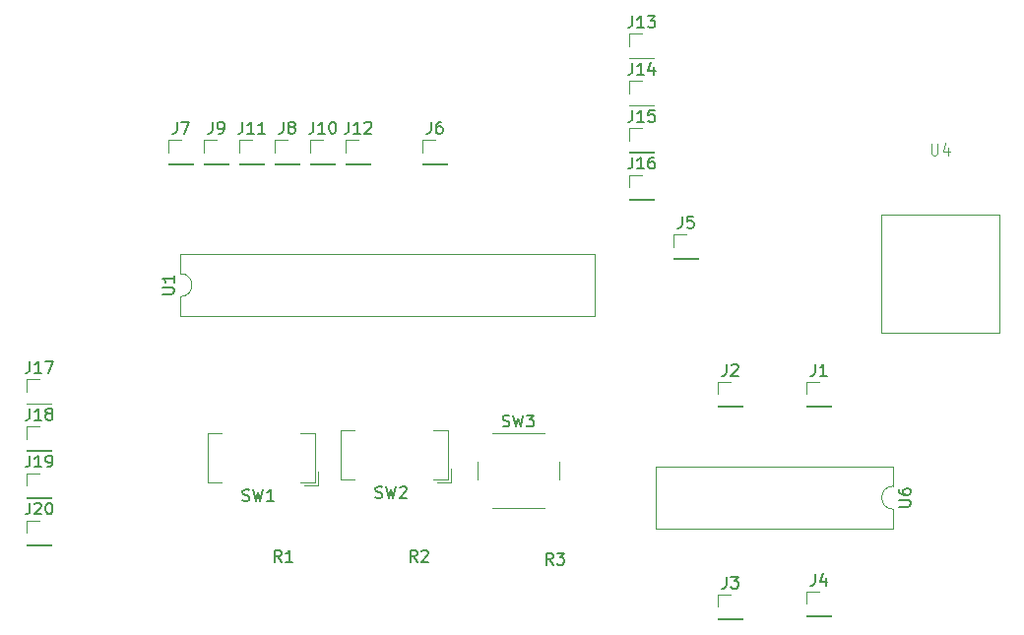
<source format=gbr>
%TF.GenerationSoftware,KiCad,Pcbnew,7.0.2*%
%TF.CreationDate,2023-06-25T23:38:38-03:00*%
%TF.ProjectId,Maze_Mapper,4d617a65-5f4d-4617-9070-65722e6b6963,rev?*%
%TF.SameCoordinates,Original*%
%TF.FileFunction,Legend,Top*%
%TF.FilePolarity,Positive*%
%FSLAX46Y46*%
G04 Gerber Fmt 4.6, Leading zero omitted, Abs format (unit mm)*
G04 Created by KiCad (PCBNEW 7.0.2) date 2023-06-25 23:38:38*
%MOMM*%
%LPD*%
G01*
G04 APERTURE LIST*
%ADD10C,0.150000*%
%ADD11C,0.100000*%
%ADD12C,0.120000*%
G04 APERTURE END LIST*
D10*
%TO.C,J4*%
X143953666Y-74354619D02*
X143953666Y-75068904D01*
X143953666Y-75068904D02*
X143906047Y-75211761D01*
X143906047Y-75211761D02*
X143810809Y-75307000D01*
X143810809Y-75307000D02*
X143667952Y-75354619D01*
X143667952Y-75354619D02*
X143572714Y-75354619D01*
X144858428Y-74687952D02*
X144858428Y-75354619D01*
X144620333Y-74307000D02*
X144382238Y-75021285D01*
X144382238Y-75021285D02*
X145001285Y-75021285D01*
%TO.C,J2*%
X136333666Y-56320619D02*
X136333666Y-57034904D01*
X136333666Y-57034904D02*
X136286047Y-57177761D01*
X136286047Y-57177761D02*
X136190809Y-57273000D01*
X136190809Y-57273000D02*
X136047952Y-57320619D01*
X136047952Y-57320619D02*
X135952714Y-57320619D01*
X136762238Y-56415857D02*
X136809857Y-56368238D01*
X136809857Y-56368238D02*
X136905095Y-56320619D01*
X136905095Y-56320619D02*
X137143190Y-56320619D01*
X137143190Y-56320619D02*
X137238428Y-56368238D01*
X137238428Y-56368238D02*
X137286047Y-56415857D01*
X137286047Y-56415857D02*
X137333666Y-56511095D01*
X137333666Y-56511095D02*
X137333666Y-56606333D01*
X137333666Y-56606333D02*
X137286047Y-56749190D01*
X137286047Y-56749190D02*
X136714619Y-57320619D01*
X136714619Y-57320619D02*
X137333666Y-57320619D01*
%TO.C,J6*%
X110918666Y-35502619D02*
X110918666Y-36216904D01*
X110918666Y-36216904D02*
X110871047Y-36359761D01*
X110871047Y-36359761D02*
X110775809Y-36455000D01*
X110775809Y-36455000D02*
X110632952Y-36502619D01*
X110632952Y-36502619D02*
X110537714Y-36502619D01*
X111823428Y-35502619D02*
X111632952Y-35502619D01*
X111632952Y-35502619D02*
X111537714Y-35550238D01*
X111537714Y-35550238D02*
X111490095Y-35597857D01*
X111490095Y-35597857D02*
X111394857Y-35740714D01*
X111394857Y-35740714D02*
X111347238Y-35931190D01*
X111347238Y-35931190D02*
X111347238Y-36312142D01*
X111347238Y-36312142D02*
X111394857Y-36407380D01*
X111394857Y-36407380D02*
X111442476Y-36455000D01*
X111442476Y-36455000D02*
X111537714Y-36502619D01*
X111537714Y-36502619D02*
X111728190Y-36502619D01*
X111728190Y-36502619D02*
X111823428Y-36455000D01*
X111823428Y-36455000D02*
X111871047Y-36407380D01*
X111871047Y-36407380D02*
X111918666Y-36312142D01*
X111918666Y-36312142D02*
X111918666Y-36074047D01*
X111918666Y-36074047D02*
X111871047Y-35978809D01*
X111871047Y-35978809D02*
X111823428Y-35931190D01*
X111823428Y-35931190D02*
X111728190Y-35883571D01*
X111728190Y-35883571D02*
X111537714Y-35883571D01*
X111537714Y-35883571D02*
X111442476Y-35931190D01*
X111442476Y-35931190D02*
X111394857Y-35978809D01*
X111394857Y-35978809D02*
X111347238Y-36074047D01*
%TO.C,SW3*%
X117082667Y-61661000D02*
X117225524Y-61708619D01*
X117225524Y-61708619D02*
X117463619Y-61708619D01*
X117463619Y-61708619D02*
X117558857Y-61661000D01*
X117558857Y-61661000D02*
X117606476Y-61613380D01*
X117606476Y-61613380D02*
X117654095Y-61518142D01*
X117654095Y-61518142D02*
X117654095Y-61422904D01*
X117654095Y-61422904D02*
X117606476Y-61327666D01*
X117606476Y-61327666D02*
X117558857Y-61280047D01*
X117558857Y-61280047D02*
X117463619Y-61232428D01*
X117463619Y-61232428D02*
X117273143Y-61184809D01*
X117273143Y-61184809D02*
X117177905Y-61137190D01*
X117177905Y-61137190D02*
X117130286Y-61089571D01*
X117130286Y-61089571D02*
X117082667Y-60994333D01*
X117082667Y-60994333D02*
X117082667Y-60899095D01*
X117082667Y-60899095D02*
X117130286Y-60803857D01*
X117130286Y-60803857D02*
X117177905Y-60756238D01*
X117177905Y-60756238D02*
X117273143Y-60708619D01*
X117273143Y-60708619D02*
X117511238Y-60708619D01*
X117511238Y-60708619D02*
X117654095Y-60756238D01*
X117987429Y-60708619D02*
X118225524Y-61708619D01*
X118225524Y-61708619D02*
X118416000Y-60994333D01*
X118416000Y-60994333D02*
X118606476Y-61708619D01*
X118606476Y-61708619D02*
X118844572Y-60708619D01*
X119130286Y-60708619D02*
X119749333Y-60708619D01*
X119749333Y-60708619D02*
X119416000Y-61089571D01*
X119416000Y-61089571D02*
X119558857Y-61089571D01*
X119558857Y-61089571D02*
X119654095Y-61137190D01*
X119654095Y-61137190D02*
X119701714Y-61184809D01*
X119701714Y-61184809D02*
X119749333Y-61280047D01*
X119749333Y-61280047D02*
X119749333Y-61518142D01*
X119749333Y-61518142D02*
X119701714Y-61613380D01*
X119701714Y-61613380D02*
X119654095Y-61661000D01*
X119654095Y-61661000D02*
X119558857Y-61708619D01*
X119558857Y-61708619D02*
X119273143Y-61708619D01*
X119273143Y-61708619D02*
X119177905Y-61661000D01*
X119177905Y-61661000D02*
X119130286Y-61613380D01*
%TO.C,J14*%
X128222476Y-30436619D02*
X128222476Y-31150904D01*
X128222476Y-31150904D02*
X128174857Y-31293761D01*
X128174857Y-31293761D02*
X128079619Y-31389000D01*
X128079619Y-31389000D02*
X127936762Y-31436619D01*
X127936762Y-31436619D02*
X127841524Y-31436619D01*
X129222476Y-31436619D02*
X128651048Y-31436619D01*
X128936762Y-31436619D02*
X128936762Y-30436619D01*
X128936762Y-30436619D02*
X128841524Y-30579476D01*
X128841524Y-30579476D02*
X128746286Y-30674714D01*
X128746286Y-30674714D02*
X128651048Y-30722333D01*
X130079619Y-30769952D02*
X130079619Y-31436619D01*
X129841524Y-30389000D02*
X129603429Y-31103285D01*
X129603429Y-31103285D02*
X130222476Y-31103285D01*
%TO.C,J5*%
X132508666Y-43630619D02*
X132508666Y-44344904D01*
X132508666Y-44344904D02*
X132461047Y-44487761D01*
X132461047Y-44487761D02*
X132365809Y-44583000D01*
X132365809Y-44583000D02*
X132222952Y-44630619D01*
X132222952Y-44630619D02*
X132127714Y-44630619D01*
X133461047Y-43630619D02*
X132984857Y-43630619D01*
X132984857Y-43630619D02*
X132937238Y-44106809D01*
X132937238Y-44106809D02*
X132984857Y-44059190D01*
X132984857Y-44059190D02*
X133080095Y-44011571D01*
X133080095Y-44011571D02*
X133318190Y-44011571D01*
X133318190Y-44011571D02*
X133413428Y-44059190D01*
X133413428Y-44059190D02*
X133461047Y-44106809D01*
X133461047Y-44106809D02*
X133508666Y-44202047D01*
X133508666Y-44202047D02*
X133508666Y-44440142D01*
X133508666Y-44440142D02*
X133461047Y-44535380D01*
X133461047Y-44535380D02*
X133413428Y-44583000D01*
X133413428Y-44583000D02*
X133318190Y-44630619D01*
X133318190Y-44630619D02*
X133080095Y-44630619D01*
X133080095Y-44630619D02*
X132984857Y-44583000D01*
X132984857Y-44583000D02*
X132937238Y-44535380D01*
%TO.C,J3*%
X136333666Y-74608619D02*
X136333666Y-75322904D01*
X136333666Y-75322904D02*
X136286047Y-75465761D01*
X136286047Y-75465761D02*
X136190809Y-75561000D01*
X136190809Y-75561000D02*
X136047952Y-75608619D01*
X136047952Y-75608619D02*
X135952714Y-75608619D01*
X136714619Y-74608619D02*
X137333666Y-74608619D01*
X137333666Y-74608619D02*
X137000333Y-74989571D01*
X137000333Y-74989571D02*
X137143190Y-74989571D01*
X137143190Y-74989571D02*
X137238428Y-75037190D01*
X137238428Y-75037190D02*
X137286047Y-75084809D01*
X137286047Y-75084809D02*
X137333666Y-75180047D01*
X137333666Y-75180047D02*
X137333666Y-75418142D01*
X137333666Y-75418142D02*
X137286047Y-75513380D01*
X137286047Y-75513380D02*
X137238428Y-75561000D01*
X137238428Y-75561000D02*
X137143190Y-75608619D01*
X137143190Y-75608619D02*
X136857476Y-75608619D01*
X136857476Y-75608619D02*
X136762238Y-75561000D01*
X136762238Y-75561000D02*
X136714619Y-75513380D01*
%TO.C,U6*%
X151144619Y-68579904D02*
X151954142Y-68579904D01*
X151954142Y-68579904D02*
X152049380Y-68532285D01*
X152049380Y-68532285D02*
X152097000Y-68484666D01*
X152097000Y-68484666D02*
X152144619Y-68389428D01*
X152144619Y-68389428D02*
X152144619Y-68198952D01*
X152144619Y-68198952D02*
X152097000Y-68103714D01*
X152097000Y-68103714D02*
X152049380Y-68056095D01*
X152049380Y-68056095D02*
X151954142Y-68008476D01*
X151954142Y-68008476D02*
X151144619Y-68008476D01*
X151144619Y-67103714D02*
X151144619Y-67294190D01*
X151144619Y-67294190D02*
X151192238Y-67389428D01*
X151192238Y-67389428D02*
X151239857Y-67437047D01*
X151239857Y-67437047D02*
X151382714Y-67532285D01*
X151382714Y-67532285D02*
X151573190Y-67579904D01*
X151573190Y-67579904D02*
X151954142Y-67579904D01*
X151954142Y-67579904D02*
X152049380Y-67532285D01*
X152049380Y-67532285D02*
X152097000Y-67484666D01*
X152097000Y-67484666D02*
X152144619Y-67389428D01*
X152144619Y-67389428D02*
X152144619Y-67198952D01*
X152144619Y-67198952D02*
X152097000Y-67103714D01*
X152097000Y-67103714D02*
X152049380Y-67056095D01*
X152049380Y-67056095D02*
X151954142Y-67008476D01*
X151954142Y-67008476D02*
X151716047Y-67008476D01*
X151716047Y-67008476D02*
X151620809Y-67056095D01*
X151620809Y-67056095D02*
X151573190Y-67103714D01*
X151573190Y-67103714D02*
X151525571Y-67198952D01*
X151525571Y-67198952D02*
X151525571Y-67389428D01*
X151525571Y-67389428D02*
X151573190Y-67484666D01*
X151573190Y-67484666D02*
X151620809Y-67532285D01*
X151620809Y-67532285D02*
X151716047Y-67579904D01*
%TO.C,J17*%
X76406476Y-56090619D02*
X76406476Y-56804904D01*
X76406476Y-56804904D02*
X76358857Y-56947761D01*
X76358857Y-56947761D02*
X76263619Y-57043000D01*
X76263619Y-57043000D02*
X76120762Y-57090619D01*
X76120762Y-57090619D02*
X76025524Y-57090619D01*
X77406476Y-57090619D02*
X76835048Y-57090619D01*
X77120762Y-57090619D02*
X77120762Y-56090619D01*
X77120762Y-56090619D02*
X77025524Y-56233476D01*
X77025524Y-56233476D02*
X76930286Y-56328714D01*
X76930286Y-56328714D02*
X76835048Y-56376333D01*
X77739810Y-56090619D02*
X78406476Y-56090619D01*
X78406476Y-56090619D02*
X77977905Y-57090619D01*
%TO.C,R2*%
X109724333Y-73326619D02*
X109391000Y-72850428D01*
X109152905Y-73326619D02*
X109152905Y-72326619D01*
X109152905Y-72326619D02*
X109533857Y-72326619D01*
X109533857Y-72326619D02*
X109629095Y-72374238D01*
X109629095Y-72374238D02*
X109676714Y-72421857D01*
X109676714Y-72421857D02*
X109724333Y-72517095D01*
X109724333Y-72517095D02*
X109724333Y-72659952D01*
X109724333Y-72659952D02*
X109676714Y-72755190D01*
X109676714Y-72755190D02*
X109629095Y-72802809D01*
X109629095Y-72802809D02*
X109533857Y-72850428D01*
X109533857Y-72850428D02*
X109152905Y-72850428D01*
X110105286Y-72421857D02*
X110152905Y-72374238D01*
X110152905Y-72374238D02*
X110248143Y-72326619D01*
X110248143Y-72326619D02*
X110486238Y-72326619D01*
X110486238Y-72326619D02*
X110581476Y-72374238D01*
X110581476Y-72374238D02*
X110629095Y-72421857D01*
X110629095Y-72421857D02*
X110676714Y-72517095D01*
X110676714Y-72517095D02*
X110676714Y-72612333D01*
X110676714Y-72612333D02*
X110629095Y-72755190D01*
X110629095Y-72755190D02*
X110057667Y-73326619D01*
X110057667Y-73326619D02*
X110676714Y-73326619D01*
%TO.C,J7*%
X89074666Y-35502619D02*
X89074666Y-36216904D01*
X89074666Y-36216904D02*
X89027047Y-36359761D01*
X89027047Y-36359761D02*
X88931809Y-36455000D01*
X88931809Y-36455000D02*
X88788952Y-36502619D01*
X88788952Y-36502619D02*
X88693714Y-36502619D01*
X89455619Y-35502619D02*
X90122285Y-35502619D01*
X90122285Y-35502619D02*
X89693714Y-36502619D01*
%TO.C,U1*%
X87810619Y-50291904D02*
X88620142Y-50291904D01*
X88620142Y-50291904D02*
X88715380Y-50244285D01*
X88715380Y-50244285D02*
X88763000Y-50196666D01*
X88763000Y-50196666D02*
X88810619Y-50101428D01*
X88810619Y-50101428D02*
X88810619Y-49910952D01*
X88810619Y-49910952D02*
X88763000Y-49815714D01*
X88763000Y-49815714D02*
X88715380Y-49768095D01*
X88715380Y-49768095D02*
X88620142Y-49720476D01*
X88620142Y-49720476D02*
X87810619Y-49720476D01*
X88810619Y-48720476D02*
X88810619Y-49291904D01*
X88810619Y-49006190D02*
X87810619Y-49006190D01*
X87810619Y-49006190D02*
X87953476Y-49101428D01*
X87953476Y-49101428D02*
X88048714Y-49196666D01*
X88048714Y-49196666D02*
X88096333Y-49291904D01*
%TO.C,SW2*%
X106152667Y-67801000D02*
X106295524Y-67848619D01*
X106295524Y-67848619D02*
X106533619Y-67848619D01*
X106533619Y-67848619D02*
X106628857Y-67801000D01*
X106628857Y-67801000D02*
X106676476Y-67753380D01*
X106676476Y-67753380D02*
X106724095Y-67658142D01*
X106724095Y-67658142D02*
X106724095Y-67562904D01*
X106724095Y-67562904D02*
X106676476Y-67467666D01*
X106676476Y-67467666D02*
X106628857Y-67420047D01*
X106628857Y-67420047D02*
X106533619Y-67372428D01*
X106533619Y-67372428D02*
X106343143Y-67324809D01*
X106343143Y-67324809D02*
X106247905Y-67277190D01*
X106247905Y-67277190D02*
X106200286Y-67229571D01*
X106200286Y-67229571D02*
X106152667Y-67134333D01*
X106152667Y-67134333D02*
X106152667Y-67039095D01*
X106152667Y-67039095D02*
X106200286Y-66943857D01*
X106200286Y-66943857D02*
X106247905Y-66896238D01*
X106247905Y-66896238D02*
X106343143Y-66848619D01*
X106343143Y-66848619D02*
X106581238Y-66848619D01*
X106581238Y-66848619D02*
X106724095Y-66896238D01*
X107057429Y-66848619D02*
X107295524Y-67848619D01*
X107295524Y-67848619D02*
X107486000Y-67134333D01*
X107486000Y-67134333D02*
X107676476Y-67848619D01*
X107676476Y-67848619D02*
X107914572Y-66848619D01*
X108247905Y-66943857D02*
X108295524Y-66896238D01*
X108295524Y-66896238D02*
X108390762Y-66848619D01*
X108390762Y-66848619D02*
X108628857Y-66848619D01*
X108628857Y-66848619D02*
X108724095Y-66896238D01*
X108724095Y-66896238D02*
X108771714Y-66943857D01*
X108771714Y-66943857D02*
X108819333Y-67039095D01*
X108819333Y-67039095D02*
X108819333Y-67134333D01*
X108819333Y-67134333D02*
X108771714Y-67277190D01*
X108771714Y-67277190D02*
X108200286Y-67848619D01*
X108200286Y-67848619D02*
X108819333Y-67848619D01*
%TO.C,J16*%
X128222476Y-38536619D02*
X128222476Y-39250904D01*
X128222476Y-39250904D02*
X128174857Y-39393761D01*
X128174857Y-39393761D02*
X128079619Y-39489000D01*
X128079619Y-39489000D02*
X127936762Y-39536619D01*
X127936762Y-39536619D02*
X127841524Y-39536619D01*
X129222476Y-39536619D02*
X128651048Y-39536619D01*
X128936762Y-39536619D02*
X128936762Y-38536619D01*
X128936762Y-38536619D02*
X128841524Y-38679476D01*
X128841524Y-38679476D02*
X128746286Y-38774714D01*
X128746286Y-38774714D02*
X128651048Y-38822333D01*
X130079619Y-38536619D02*
X129889143Y-38536619D01*
X129889143Y-38536619D02*
X129793905Y-38584238D01*
X129793905Y-38584238D02*
X129746286Y-38631857D01*
X129746286Y-38631857D02*
X129651048Y-38774714D01*
X129651048Y-38774714D02*
X129603429Y-38965190D01*
X129603429Y-38965190D02*
X129603429Y-39346142D01*
X129603429Y-39346142D02*
X129651048Y-39441380D01*
X129651048Y-39441380D02*
X129698667Y-39489000D01*
X129698667Y-39489000D02*
X129793905Y-39536619D01*
X129793905Y-39536619D02*
X129984381Y-39536619D01*
X129984381Y-39536619D02*
X130079619Y-39489000D01*
X130079619Y-39489000D02*
X130127238Y-39441380D01*
X130127238Y-39441380D02*
X130174857Y-39346142D01*
X130174857Y-39346142D02*
X130174857Y-39108047D01*
X130174857Y-39108047D02*
X130127238Y-39012809D01*
X130127238Y-39012809D02*
X130079619Y-38965190D01*
X130079619Y-38965190D02*
X129984381Y-38917571D01*
X129984381Y-38917571D02*
X129793905Y-38917571D01*
X129793905Y-38917571D02*
X129698667Y-38965190D01*
X129698667Y-38965190D02*
X129651048Y-39012809D01*
X129651048Y-39012809D02*
X129603429Y-39108047D01*
%TO.C,R1*%
X98065333Y-73326619D02*
X97732000Y-72850428D01*
X97493905Y-73326619D02*
X97493905Y-72326619D01*
X97493905Y-72326619D02*
X97874857Y-72326619D01*
X97874857Y-72326619D02*
X97970095Y-72374238D01*
X97970095Y-72374238D02*
X98017714Y-72421857D01*
X98017714Y-72421857D02*
X98065333Y-72517095D01*
X98065333Y-72517095D02*
X98065333Y-72659952D01*
X98065333Y-72659952D02*
X98017714Y-72755190D01*
X98017714Y-72755190D02*
X97970095Y-72802809D01*
X97970095Y-72802809D02*
X97874857Y-72850428D01*
X97874857Y-72850428D02*
X97493905Y-72850428D01*
X99017714Y-73326619D02*
X98446286Y-73326619D01*
X98732000Y-73326619D02*
X98732000Y-72326619D01*
X98732000Y-72326619D02*
X98636762Y-72469476D01*
X98636762Y-72469476D02*
X98541524Y-72564714D01*
X98541524Y-72564714D02*
X98446286Y-72612333D01*
%TO.C,J20*%
X76406476Y-68240619D02*
X76406476Y-68954904D01*
X76406476Y-68954904D02*
X76358857Y-69097761D01*
X76358857Y-69097761D02*
X76263619Y-69193000D01*
X76263619Y-69193000D02*
X76120762Y-69240619D01*
X76120762Y-69240619D02*
X76025524Y-69240619D01*
X76835048Y-68335857D02*
X76882667Y-68288238D01*
X76882667Y-68288238D02*
X76977905Y-68240619D01*
X76977905Y-68240619D02*
X77216000Y-68240619D01*
X77216000Y-68240619D02*
X77311238Y-68288238D01*
X77311238Y-68288238D02*
X77358857Y-68335857D01*
X77358857Y-68335857D02*
X77406476Y-68431095D01*
X77406476Y-68431095D02*
X77406476Y-68526333D01*
X77406476Y-68526333D02*
X77358857Y-68669190D01*
X77358857Y-68669190D02*
X76787429Y-69240619D01*
X76787429Y-69240619D02*
X77406476Y-69240619D01*
X78025524Y-68240619D02*
X78120762Y-68240619D01*
X78120762Y-68240619D02*
X78216000Y-68288238D01*
X78216000Y-68288238D02*
X78263619Y-68335857D01*
X78263619Y-68335857D02*
X78311238Y-68431095D01*
X78311238Y-68431095D02*
X78358857Y-68621571D01*
X78358857Y-68621571D02*
X78358857Y-68859666D01*
X78358857Y-68859666D02*
X78311238Y-69050142D01*
X78311238Y-69050142D02*
X78263619Y-69145380D01*
X78263619Y-69145380D02*
X78216000Y-69193000D01*
X78216000Y-69193000D02*
X78120762Y-69240619D01*
X78120762Y-69240619D02*
X78025524Y-69240619D01*
X78025524Y-69240619D02*
X77930286Y-69193000D01*
X77930286Y-69193000D02*
X77882667Y-69145380D01*
X77882667Y-69145380D02*
X77835048Y-69050142D01*
X77835048Y-69050142D02*
X77787429Y-68859666D01*
X77787429Y-68859666D02*
X77787429Y-68621571D01*
X77787429Y-68621571D02*
X77835048Y-68431095D01*
X77835048Y-68431095D02*
X77882667Y-68335857D01*
X77882667Y-68335857D02*
X77930286Y-68288238D01*
X77930286Y-68288238D02*
X78025524Y-68240619D01*
%TO.C,J12*%
X103838476Y-35502619D02*
X103838476Y-36216904D01*
X103838476Y-36216904D02*
X103790857Y-36359761D01*
X103790857Y-36359761D02*
X103695619Y-36455000D01*
X103695619Y-36455000D02*
X103552762Y-36502619D01*
X103552762Y-36502619D02*
X103457524Y-36502619D01*
X104838476Y-36502619D02*
X104267048Y-36502619D01*
X104552762Y-36502619D02*
X104552762Y-35502619D01*
X104552762Y-35502619D02*
X104457524Y-35645476D01*
X104457524Y-35645476D02*
X104362286Y-35740714D01*
X104362286Y-35740714D02*
X104267048Y-35788333D01*
X105219429Y-35597857D02*
X105267048Y-35550238D01*
X105267048Y-35550238D02*
X105362286Y-35502619D01*
X105362286Y-35502619D02*
X105600381Y-35502619D01*
X105600381Y-35502619D02*
X105695619Y-35550238D01*
X105695619Y-35550238D02*
X105743238Y-35597857D01*
X105743238Y-35597857D02*
X105790857Y-35693095D01*
X105790857Y-35693095D02*
X105790857Y-35788333D01*
X105790857Y-35788333D02*
X105743238Y-35931190D01*
X105743238Y-35931190D02*
X105171810Y-36502619D01*
X105171810Y-36502619D02*
X105790857Y-36502619D01*
%TO.C,J18*%
X76406476Y-60140619D02*
X76406476Y-60854904D01*
X76406476Y-60854904D02*
X76358857Y-60997761D01*
X76358857Y-60997761D02*
X76263619Y-61093000D01*
X76263619Y-61093000D02*
X76120762Y-61140619D01*
X76120762Y-61140619D02*
X76025524Y-61140619D01*
X77406476Y-61140619D02*
X76835048Y-61140619D01*
X77120762Y-61140619D02*
X77120762Y-60140619D01*
X77120762Y-60140619D02*
X77025524Y-60283476D01*
X77025524Y-60283476D02*
X76930286Y-60378714D01*
X76930286Y-60378714D02*
X76835048Y-60426333D01*
X77977905Y-60569190D02*
X77882667Y-60521571D01*
X77882667Y-60521571D02*
X77835048Y-60473952D01*
X77835048Y-60473952D02*
X77787429Y-60378714D01*
X77787429Y-60378714D02*
X77787429Y-60331095D01*
X77787429Y-60331095D02*
X77835048Y-60235857D01*
X77835048Y-60235857D02*
X77882667Y-60188238D01*
X77882667Y-60188238D02*
X77977905Y-60140619D01*
X77977905Y-60140619D02*
X78168381Y-60140619D01*
X78168381Y-60140619D02*
X78263619Y-60188238D01*
X78263619Y-60188238D02*
X78311238Y-60235857D01*
X78311238Y-60235857D02*
X78358857Y-60331095D01*
X78358857Y-60331095D02*
X78358857Y-60378714D01*
X78358857Y-60378714D02*
X78311238Y-60473952D01*
X78311238Y-60473952D02*
X78263619Y-60521571D01*
X78263619Y-60521571D02*
X78168381Y-60569190D01*
X78168381Y-60569190D02*
X77977905Y-60569190D01*
X77977905Y-60569190D02*
X77882667Y-60616809D01*
X77882667Y-60616809D02*
X77835048Y-60664428D01*
X77835048Y-60664428D02*
X77787429Y-60759666D01*
X77787429Y-60759666D02*
X77787429Y-60950142D01*
X77787429Y-60950142D02*
X77835048Y-61045380D01*
X77835048Y-61045380D02*
X77882667Y-61093000D01*
X77882667Y-61093000D02*
X77977905Y-61140619D01*
X77977905Y-61140619D02*
X78168381Y-61140619D01*
X78168381Y-61140619D02*
X78263619Y-61093000D01*
X78263619Y-61093000D02*
X78311238Y-61045380D01*
X78311238Y-61045380D02*
X78358857Y-60950142D01*
X78358857Y-60950142D02*
X78358857Y-60759666D01*
X78358857Y-60759666D02*
X78311238Y-60664428D01*
X78311238Y-60664428D02*
X78263619Y-60616809D01*
X78263619Y-60616809D02*
X78168381Y-60569190D01*
%TO.C,J8*%
X98218666Y-35502619D02*
X98218666Y-36216904D01*
X98218666Y-36216904D02*
X98171047Y-36359761D01*
X98171047Y-36359761D02*
X98075809Y-36455000D01*
X98075809Y-36455000D02*
X97932952Y-36502619D01*
X97932952Y-36502619D02*
X97837714Y-36502619D01*
X98837714Y-35931190D02*
X98742476Y-35883571D01*
X98742476Y-35883571D02*
X98694857Y-35835952D01*
X98694857Y-35835952D02*
X98647238Y-35740714D01*
X98647238Y-35740714D02*
X98647238Y-35693095D01*
X98647238Y-35693095D02*
X98694857Y-35597857D01*
X98694857Y-35597857D02*
X98742476Y-35550238D01*
X98742476Y-35550238D02*
X98837714Y-35502619D01*
X98837714Y-35502619D02*
X99028190Y-35502619D01*
X99028190Y-35502619D02*
X99123428Y-35550238D01*
X99123428Y-35550238D02*
X99171047Y-35597857D01*
X99171047Y-35597857D02*
X99218666Y-35693095D01*
X99218666Y-35693095D02*
X99218666Y-35740714D01*
X99218666Y-35740714D02*
X99171047Y-35835952D01*
X99171047Y-35835952D02*
X99123428Y-35883571D01*
X99123428Y-35883571D02*
X99028190Y-35931190D01*
X99028190Y-35931190D02*
X98837714Y-35931190D01*
X98837714Y-35931190D02*
X98742476Y-35978809D01*
X98742476Y-35978809D02*
X98694857Y-36026428D01*
X98694857Y-36026428D02*
X98647238Y-36121666D01*
X98647238Y-36121666D02*
X98647238Y-36312142D01*
X98647238Y-36312142D02*
X98694857Y-36407380D01*
X98694857Y-36407380D02*
X98742476Y-36455000D01*
X98742476Y-36455000D02*
X98837714Y-36502619D01*
X98837714Y-36502619D02*
X99028190Y-36502619D01*
X99028190Y-36502619D02*
X99123428Y-36455000D01*
X99123428Y-36455000D02*
X99171047Y-36407380D01*
X99171047Y-36407380D02*
X99218666Y-36312142D01*
X99218666Y-36312142D02*
X99218666Y-36121666D01*
X99218666Y-36121666D02*
X99171047Y-36026428D01*
X99171047Y-36026428D02*
X99123428Y-35978809D01*
X99123428Y-35978809D02*
X99028190Y-35931190D01*
%TO.C,SW1*%
X94722667Y-68055000D02*
X94865524Y-68102619D01*
X94865524Y-68102619D02*
X95103619Y-68102619D01*
X95103619Y-68102619D02*
X95198857Y-68055000D01*
X95198857Y-68055000D02*
X95246476Y-68007380D01*
X95246476Y-68007380D02*
X95294095Y-67912142D01*
X95294095Y-67912142D02*
X95294095Y-67816904D01*
X95294095Y-67816904D02*
X95246476Y-67721666D01*
X95246476Y-67721666D02*
X95198857Y-67674047D01*
X95198857Y-67674047D02*
X95103619Y-67626428D01*
X95103619Y-67626428D02*
X94913143Y-67578809D01*
X94913143Y-67578809D02*
X94817905Y-67531190D01*
X94817905Y-67531190D02*
X94770286Y-67483571D01*
X94770286Y-67483571D02*
X94722667Y-67388333D01*
X94722667Y-67388333D02*
X94722667Y-67293095D01*
X94722667Y-67293095D02*
X94770286Y-67197857D01*
X94770286Y-67197857D02*
X94817905Y-67150238D01*
X94817905Y-67150238D02*
X94913143Y-67102619D01*
X94913143Y-67102619D02*
X95151238Y-67102619D01*
X95151238Y-67102619D02*
X95294095Y-67150238D01*
X95627429Y-67102619D02*
X95865524Y-68102619D01*
X95865524Y-68102619D02*
X96056000Y-67388333D01*
X96056000Y-67388333D02*
X96246476Y-68102619D01*
X96246476Y-68102619D02*
X96484572Y-67102619D01*
X97389333Y-68102619D02*
X96817905Y-68102619D01*
X97103619Y-68102619D02*
X97103619Y-67102619D01*
X97103619Y-67102619D02*
X97008381Y-67245476D01*
X97008381Y-67245476D02*
X96913143Y-67340714D01*
X96913143Y-67340714D02*
X96817905Y-67388333D01*
%TO.C,J1*%
X143953666Y-56320619D02*
X143953666Y-57034904D01*
X143953666Y-57034904D02*
X143906047Y-57177761D01*
X143906047Y-57177761D02*
X143810809Y-57273000D01*
X143810809Y-57273000D02*
X143667952Y-57320619D01*
X143667952Y-57320619D02*
X143572714Y-57320619D01*
X144953666Y-57320619D02*
X144382238Y-57320619D01*
X144667952Y-57320619D02*
X144667952Y-56320619D01*
X144667952Y-56320619D02*
X144572714Y-56463476D01*
X144572714Y-56463476D02*
X144477476Y-56558714D01*
X144477476Y-56558714D02*
X144382238Y-56606333D01*
%TO.C,J13*%
X128222476Y-26386619D02*
X128222476Y-27100904D01*
X128222476Y-27100904D02*
X128174857Y-27243761D01*
X128174857Y-27243761D02*
X128079619Y-27339000D01*
X128079619Y-27339000D02*
X127936762Y-27386619D01*
X127936762Y-27386619D02*
X127841524Y-27386619D01*
X129222476Y-27386619D02*
X128651048Y-27386619D01*
X128936762Y-27386619D02*
X128936762Y-26386619D01*
X128936762Y-26386619D02*
X128841524Y-26529476D01*
X128841524Y-26529476D02*
X128746286Y-26624714D01*
X128746286Y-26624714D02*
X128651048Y-26672333D01*
X129555810Y-26386619D02*
X130174857Y-26386619D01*
X130174857Y-26386619D02*
X129841524Y-26767571D01*
X129841524Y-26767571D02*
X129984381Y-26767571D01*
X129984381Y-26767571D02*
X130079619Y-26815190D01*
X130079619Y-26815190D02*
X130127238Y-26862809D01*
X130127238Y-26862809D02*
X130174857Y-26958047D01*
X130174857Y-26958047D02*
X130174857Y-27196142D01*
X130174857Y-27196142D02*
X130127238Y-27291380D01*
X130127238Y-27291380D02*
X130079619Y-27339000D01*
X130079619Y-27339000D02*
X129984381Y-27386619D01*
X129984381Y-27386619D02*
X129698667Y-27386619D01*
X129698667Y-27386619D02*
X129603429Y-27339000D01*
X129603429Y-27339000D02*
X129555810Y-27291380D01*
D11*
%TO.C,U4*%
X153924095Y-37356619D02*
X153924095Y-38166142D01*
X153924095Y-38166142D02*
X153971714Y-38261380D01*
X153971714Y-38261380D02*
X154019333Y-38309000D01*
X154019333Y-38309000D02*
X154114571Y-38356619D01*
X154114571Y-38356619D02*
X154305047Y-38356619D01*
X154305047Y-38356619D02*
X154400285Y-38309000D01*
X154400285Y-38309000D02*
X154447904Y-38261380D01*
X154447904Y-38261380D02*
X154495523Y-38166142D01*
X154495523Y-38166142D02*
X154495523Y-37356619D01*
X155400285Y-37689952D02*
X155400285Y-38356619D01*
X155162190Y-37309000D02*
X154924095Y-38023285D01*
X154924095Y-38023285D02*
X155543142Y-38023285D01*
D10*
%TO.C,J11*%
X94694476Y-35502619D02*
X94694476Y-36216904D01*
X94694476Y-36216904D02*
X94646857Y-36359761D01*
X94646857Y-36359761D02*
X94551619Y-36455000D01*
X94551619Y-36455000D02*
X94408762Y-36502619D01*
X94408762Y-36502619D02*
X94313524Y-36502619D01*
X95694476Y-36502619D02*
X95123048Y-36502619D01*
X95408762Y-36502619D02*
X95408762Y-35502619D01*
X95408762Y-35502619D02*
X95313524Y-35645476D01*
X95313524Y-35645476D02*
X95218286Y-35740714D01*
X95218286Y-35740714D02*
X95123048Y-35788333D01*
X96646857Y-36502619D02*
X96075429Y-36502619D01*
X96361143Y-36502619D02*
X96361143Y-35502619D01*
X96361143Y-35502619D02*
X96265905Y-35645476D01*
X96265905Y-35645476D02*
X96170667Y-35740714D01*
X96170667Y-35740714D02*
X96075429Y-35788333D01*
%TO.C,J10*%
X100790476Y-35502619D02*
X100790476Y-36216904D01*
X100790476Y-36216904D02*
X100742857Y-36359761D01*
X100742857Y-36359761D02*
X100647619Y-36455000D01*
X100647619Y-36455000D02*
X100504762Y-36502619D01*
X100504762Y-36502619D02*
X100409524Y-36502619D01*
X101790476Y-36502619D02*
X101219048Y-36502619D01*
X101504762Y-36502619D02*
X101504762Y-35502619D01*
X101504762Y-35502619D02*
X101409524Y-35645476D01*
X101409524Y-35645476D02*
X101314286Y-35740714D01*
X101314286Y-35740714D02*
X101219048Y-35788333D01*
X102409524Y-35502619D02*
X102504762Y-35502619D01*
X102504762Y-35502619D02*
X102600000Y-35550238D01*
X102600000Y-35550238D02*
X102647619Y-35597857D01*
X102647619Y-35597857D02*
X102695238Y-35693095D01*
X102695238Y-35693095D02*
X102742857Y-35883571D01*
X102742857Y-35883571D02*
X102742857Y-36121666D01*
X102742857Y-36121666D02*
X102695238Y-36312142D01*
X102695238Y-36312142D02*
X102647619Y-36407380D01*
X102647619Y-36407380D02*
X102600000Y-36455000D01*
X102600000Y-36455000D02*
X102504762Y-36502619D01*
X102504762Y-36502619D02*
X102409524Y-36502619D01*
X102409524Y-36502619D02*
X102314286Y-36455000D01*
X102314286Y-36455000D02*
X102266667Y-36407380D01*
X102266667Y-36407380D02*
X102219048Y-36312142D01*
X102219048Y-36312142D02*
X102171429Y-36121666D01*
X102171429Y-36121666D02*
X102171429Y-35883571D01*
X102171429Y-35883571D02*
X102219048Y-35693095D01*
X102219048Y-35693095D02*
X102266667Y-35597857D01*
X102266667Y-35597857D02*
X102314286Y-35550238D01*
X102314286Y-35550238D02*
X102409524Y-35502619D01*
%TO.C,J15*%
X128222476Y-34486619D02*
X128222476Y-35200904D01*
X128222476Y-35200904D02*
X128174857Y-35343761D01*
X128174857Y-35343761D02*
X128079619Y-35439000D01*
X128079619Y-35439000D02*
X127936762Y-35486619D01*
X127936762Y-35486619D02*
X127841524Y-35486619D01*
X129222476Y-35486619D02*
X128651048Y-35486619D01*
X128936762Y-35486619D02*
X128936762Y-34486619D01*
X128936762Y-34486619D02*
X128841524Y-34629476D01*
X128841524Y-34629476D02*
X128746286Y-34724714D01*
X128746286Y-34724714D02*
X128651048Y-34772333D01*
X130127238Y-34486619D02*
X129651048Y-34486619D01*
X129651048Y-34486619D02*
X129603429Y-34962809D01*
X129603429Y-34962809D02*
X129651048Y-34915190D01*
X129651048Y-34915190D02*
X129746286Y-34867571D01*
X129746286Y-34867571D02*
X129984381Y-34867571D01*
X129984381Y-34867571D02*
X130079619Y-34915190D01*
X130079619Y-34915190D02*
X130127238Y-34962809D01*
X130127238Y-34962809D02*
X130174857Y-35058047D01*
X130174857Y-35058047D02*
X130174857Y-35296142D01*
X130174857Y-35296142D02*
X130127238Y-35391380D01*
X130127238Y-35391380D02*
X130079619Y-35439000D01*
X130079619Y-35439000D02*
X129984381Y-35486619D01*
X129984381Y-35486619D02*
X129746286Y-35486619D01*
X129746286Y-35486619D02*
X129651048Y-35439000D01*
X129651048Y-35439000D02*
X129603429Y-35391380D01*
%TO.C,R3*%
X121408333Y-73580619D02*
X121075000Y-73104428D01*
X120836905Y-73580619D02*
X120836905Y-72580619D01*
X120836905Y-72580619D02*
X121217857Y-72580619D01*
X121217857Y-72580619D02*
X121313095Y-72628238D01*
X121313095Y-72628238D02*
X121360714Y-72675857D01*
X121360714Y-72675857D02*
X121408333Y-72771095D01*
X121408333Y-72771095D02*
X121408333Y-72913952D01*
X121408333Y-72913952D02*
X121360714Y-73009190D01*
X121360714Y-73009190D02*
X121313095Y-73056809D01*
X121313095Y-73056809D02*
X121217857Y-73104428D01*
X121217857Y-73104428D02*
X120836905Y-73104428D01*
X121741667Y-72580619D02*
X122360714Y-72580619D01*
X122360714Y-72580619D02*
X122027381Y-72961571D01*
X122027381Y-72961571D02*
X122170238Y-72961571D01*
X122170238Y-72961571D02*
X122265476Y-73009190D01*
X122265476Y-73009190D02*
X122313095Y-73056809D01*
X122313095Y-73056809D02*
X122360714Y-73152047D01*
X122360714Y-73152047D02*
X122360714Y-73390142D01*
X122360714Y-73390142D02*
X122313095Y-73485380D01*
X122313095Y-73485380D02*
X122265476Y-73533000D01*
X122265476Y-73533000D02*
X122170238Y-73580619D01*
X122170238Y-73580619D02*
X121884524Y-73580619D01*
X121884524Y-73580619D02*
X121789286Y-73533000D01*
X121789286Y-73533000D02*
X121741667Y-73485380D01*
%TO.C,J9*%
X92122666Y-35502619D02*
X92122666Y-36216904D01*
X92122666Y-36216904D02*
X92075047Y-36359761D01*
X92075047Y-36359761D02*
X91979809Y-36455000D01*
X91979809Y-36455000D02*
X91836952Y-36502619D01*
X91836952Y-36502619D02*
X91741714Y-36502619D01*
X92646476Y-36502619D02*
X92836952Y-36502619D01*
X92836952Y-36502619D02*
X92932190Y-36455000D01*
X92932190Y-36455000D02*
X92979809Y-36407380D01*
X92979809Y-36407380D02*
X93075047Y-36264523D01*
X93075047Y-36264523D02*
X93122666Y-36074047D01*
X93122666Y-36074047D02*
X93122666Y-35693095D01*
X93122666Y-35693095D02*
X93075047Y-35597857D01*
X93075047Y-35597857D02*
X93027428Y-35550238D01*
X93027428Y-35550238D02*
X92932190Y-35502619D01*
X92932190Y-35502619D02*
X92741714Y-35502619D01*
X92741714Y-35502619D02*
X92646476Y-35550238D01*
X92646476Y-35550238D02*
X92598857Y-35597857D01*
X92598857Y-35597857D02*
X92551238Y-35693095D01*
X92551238Y-35693095D02*
X92551238Y-35931190D01*
X92551238Y-35931190D02*
X92598857Y-36026428D01*
X92598857Y-36026428D02*
X92646476Y-36074047D01*
X92646476Y-36074047D02*
X92741714Y-36121666D01*
X92741714Y-36121666D02*
X92932190Y-36121666D01*
X92932190Y-36121666D02*
X93027428Y-36074047D01*
X93027428Y-36074047D02*
X93075047Y-36026428D01*
X93075047Y-36026428D02*
X93122666Y-35931190D01*
%TO.C,J19*%
X76406476Y-64190619D02*
X76406476Y-64904904D01*
X76406476Y-64904904D02*
X76358857Y-65047761D01*
X76358857Y-65047761D02*
X76263619Y-65143000D01*
X76263619Y-65143000D02*
X76120762Y-65190619D01*
X76120762Y-65190619D02*
X76025524Y-65190619D01*
X77406476Y-65190619D02*
X76835048Y-65190619D01*
X77120762Y-65190619D02*
X77120762Y-64190619D01*
X77120762Y-64190619D02*
X77025524Y-64333476D01*
X77025524Y-64333476D02*
X76930286Y-64428714D01*
X76930286Y-64428714D02*
X76835048Y-64476333D01*
X77882667Y-65190619D02*
X78073143Y-65190619D01*
X78073143Y-65190619D02*
X78168381Y-65143000D01*
X78168381Y-65143000D02*
X78216000Y-65095380D01*
X78216000Y-65095380D02*
X78311238Y-64952523D01*
X78311238Y-64952523D02*
X78358857Y-64762047D01*
X78358857Y-64762047D02*
X78358857Y-64381095D01*
X78358857Y-64381095D02*
X78311238Y-64285857D01*
X78311238Y-64285857D02*
X78263619Y-64238238D01*
X78263619Y-64238238D02*
X78168381Y-64190619D01*
X78168381Y-64190619D02*
X77977905Y-64190619D01*
X77977905Y-64190619D02*
X77882667Y-64238238D01*
X77882667Y-64238238D02*
X77835048Y-64285857D01*
X77835048Y-64285857D02*
X77787429Y-64381095D01*
X77787429Y-64381095D02*
X77787429Y-64619190D01*
X77787429Y-64619190D02*
X77835048Y-64714428D01*
X77835048Y-64714428D02*
X77882667Y-64762047D01*
X77882667Y-64762047D02*
X77977905Y-64809666D01*
X77977905Y-64809666D02*
X78168381Y-64809666D01*
X78168381Y-64809666D02*
X78263619Y-64762047D01*
X78263619Y-64762047D02*
X78311238Y-64714428D01*
X78311238Y-64714428D02*
X78358857Y-64619190D01*
D12*
%TO.C,J4*%
X143227000Y-75892000D02*
X144287000Y-75892000D01*
X143227000Y-76952000D02*
X143227000Y-75892000D01*
X143227000Y-77952000D02*
X143227000Y-78012000D01*
X143227000Y-77952000D02*
X145347000Y-77952000D01*
X143227000Y-78012000D02*
X145347000Y-78012000D01*
X145347000Y-77952000D02*
X145347000Y-78012000D01*
%TO.C,J2*%
X135607000Y-57858000D02*
X136667000Y-57858000D01*
X135607000Y-58918000D02*
X135607000Y-57858000D01*
X135607000Y-59918000D02*
X135607000Y-59978000D01*
X135607000Y-59918000D02*
X137727000Y-59918000D01*
X135607000Y-59978000D02*
X137727000Y-59978000D01*
X137727000Y-59918000D02*
X137727000Y-59978000D01*
%TO.C,J6*%
X110192000Y-37040000D02*
X111252000Y-37040000D01*
X110192000Y-38100000D02*
X110192000Y-37040000D01*
X110192000Y-39100000D02*
X110192000Y-39160000D01*
X110192000Y-39100000D02*
X112312000Y-39100000D01*
X110192000Y-39160000D02*
X112312000Y-39160000D01*
X112312000Y-39100000D02*
X112312000Y-39160000D01*
%TO.C,SW3*%
X114916000Y-64746000D02*
X114916000Y-66246000D01*
X116166000Y-68746000D02*
X120666000Y-68746000D01*
X120666000Y-62246000D02*
X116166000Y-62246000D01*
X121916000Y-66246000D02*
X121916000Y-64746000D01*
%TO.C,J14*%
X127972000Y-31974000D02*
X129032000Y-31974000D01*
X127972000Y-33034000D02*
X127972000Y-31974000D01*
X127972000Y-34034000D02*
X127972000Y-34094000D01*
X127972000Y-34034000D02*
X130092000Y-34034000D01*
X127972000Y-34094000D02*
X130092000Y-34094000D01*
X130092000Y-34034000D02*
X130092000Y-34094000D01*
%TO.C,J5*%
X131782000Y-45168000D02*
X132842000Y-45168000D01*
X131782000Y-46228000D02*
X131782000Y-45168000D01*
X131782000Y-47228000D02*
X131782000Y-47288000D01*
X131782000Y-47228000D02*
X133902000Y-47228000D01*
X131782000Y-47288000D02*
X133902000Y-47288000D01*
X133902000Y-47228000D02*
X133902000Y-47288000D01*
%TO.C,J3*%
X135607000Y-76146000D02*
X136667000Y-76146000D01*
X135607000Y-77206000D02*
X135607000Y-76146000D01*
X135607000Y-78206000D02*
X135607000Y-78266000D01*
X135607000Y-78206000D02*
X137727000Y-78206000D01*
X135607000Y-78266000D02*
X137727000Y-78266000D01*
X137727000Y-78206000D02*
X137727000Y-78266000D01*
%TO.C,U6*%
X150682000Y-65168000D02*
X130242000Y-65168000D01*
X130242000Y-65168000D02*
X130242000Y-70468000D01*
X150682000Y-66818000D02*
X150682000Y-65168000D01*
X150682000Y-70468000D02*
X150682000Y-68818000D01*
X130242000Y-70468000D02*
X150682000Y-70468000D01*
X150682000Y-66818000D02*
G75*
G03*
X150682000Y-68818000I0J-1000000D01*
G01*
%TO.C,J17*%
X76156000Y-57628000D02*
X77216000Y-57628000D01*
X76156000Y-58688000D02*
X76156000Y-57628000D01*
X76156000Y-59688000D02*
X76156000Y-59748000D01*
X76156000Y-59688000D02*
X78276000Y-59688000D01*
X76156000Y-59748000D02*
X78276000Y-59748000D01*
X78276000Y-59688000D02*
X78276000Y-59748000D01*
%TO.C,J7*%
X88348000Y-37040000D02*
X89408000Y-37040000D01*
X88348000Y-38100000D02*
X88348000Y-37040000D01*
X88348000Y-39100000D02*
X88348000Y-39160000D01*
X88348000Y-39100000D02*
X90468000Y-39100000D01*
X88348000Y-39160000D02*
X90468000Y-39160000D01*
X90468000Y-39100000D02*
X90468000Y-39160000D01*
%TO.C,U1*%
X89348000Y-52180000D02*
X125028000Y-52180000D01*
X125028000Y-52180000D02*
X125028000Y-46880000D01*
X89348000Y-50530000D02*
X89348000Y-52180000D01*
X89348000Y-46880000D02*
X89348000Y-48530000D01*
X125028000Y-46880000D02*
X89348000Y-46880000D01*
X89348000Y-50530000D02*
G75*
G03*
X89348000Y-48530000I0J1000000D01*
G01*
%TO.C,SW2*%
X112636000Y-66536000D02*
X112636000Y-65336000D01*
X112336000Y-66236000D02*
X112336000Y-62036000D01*
X112336000Y-62036000D02*
X111136000Y-62036000D01*
X111436000Y-66536000D02*
X112636000Y-66536000D01*
X111136000Y-66236000D02*
X112336000Y-66236000D01*
X104336000Y-66236000D02*
X103136000Y-66236000D01*
X103136000Y-66236000D02*
X103136000Y-62036000D01*
X103136000Y-62036000D02*
X104336000Y-62036000D01*
%TO.C,J16*%
X127972000Y-40074000D02*
X129032000Y-40074000D01*
X127972000Y-41134000D02*
X127972000Y-40074000D01*
X127972000Y-42134000D02*
X127972000Y-42194000D01*
X127972000Y-42134000D02*
X130092000Y-42134000D01*
X127972000Y-42194000D02*
X130092000Y-42194000D01*
X130092000Y-42134000D02*
X130092000Y-42194000D01*
%TO.C,J20*%
X76156000Y-69778000D02*
X77216000Y-69778000D01*
X76156000Y-70838000D02*
X76156000Y-69778000D01*
X76156000Y-71838000D02*
X76156000Y-71898000D01*
X76156000Y-71838000D02*
X78276000Y-71838000D01*
X76156000Y-71898000D02*
X78276000Y-71898000D01*
X78276000Y-71838000D02*
X78276000Y-71898000D01*
%TO.C,J12*%
X103588000Y-37040000D02*
X104648000Y-37040000D01*
X103588000Y-38100000D02*
X103588000Y-37040000D01*
X103588000Y-39100000D02*
X103588000Y-39160000D01*
X103588000Y-39100000D02*
X105708000Y-39100000D01*
X103588000Y-39160000D02*
X105708000Y-39160000D01*
X105708000Y-39100000D02*
X105708000Y-39160000D01*
%TO.C,J18*%
X76156000Y-61678000D02*
X77216000Y-61678000D01*
X76156000Y-62738000D02*
X76156000Y-61678000D01*
X76156000Y-63738000D02*
X76156000Y-63798000D01*
X76156000Y-63738000D02*
X78276000Y-63738000D01*
X76156000Y-63798000D02*
X78276000Y-63798000D01*
X78276000Y-63738000D02*
X78276000Y-63798000D01*
%TO.C,J8*%
X97492000Y-37040000D02*
X98552000Y-37040000D01*
X97492000Y-38100000D02*
X97492000Y-37040000D01*
X97492000Y-39100000D02*
X97492000Y-39160000D01*
X97492000Y-39100000D02*
X99612000Y-39100000D01*
X97492000Y-39160000D02*
X99612000Y-39160000D01*
X99612000Y-39100000D02*
X99612000Y-39160000D01*
%TO.C,SW1*%
X101206000Y-66790000D02*
X101206000Y-65590000D01*
X100906000Y-66490000D02*
X100906000Y-62290000D01*
X100906000Y-62290000D02*
X99706000Y-62290000D01*
X100006000Y-66790000D02*
X101206000Y-66790000D01*
X99706000Y-66490000D02*
X100906000Y-66490000D01*
X92906000Y-66490000D02*
X91706000Y-66490000D01*
X91706000Y-66490000D02*
X91706000Y-62290000D01*
X91706000Y-62290000D02*
X92906000Y-62290000D01*
%TO.C,J1*%
X143227000Y-57858000D02*
X144287000Y-57858000D01*
X143227000Y-58918000D02*
X143227000Y-57858000D01*
X143227000Y-59918000D02*
X143227000Y-59978000D01*
X143227000Y-59918000D02*
X145347000Y-59918000D01*
X143227000Y-59978000D02*
X145347000Y-59978000D01*
X145347000Y-59918000D02*
X145347000Y-59978000D01*
%TO.C,J13*%
X127972000Y-27924000D02*
X129032000Y-27924000D01*
X127972000Y-28984000D02*
X127972000Y-27924000D01*
X127972000Y-29984000D02*
X127972000Y-30044000D01*
X127972000Y-29984000D02*
X130092000Y-29984000D01*
X127972000Y-30044000D02*
X130092000Y-30044000D01*
X130092000Y-29984000D02*
X130092000Y-30044000D01*
D11*
%TO.C,U4*%
X149606000Y-43434000D02*
X159766000Y-43434000D01*
X159766000Y-43434000D02*
X159766000Y-53594000D01*
X159766000Y-53594000D02*
X149606000Y-53594000D01*
X149606000Y-53594000D02*
X149606000Y-43434000D01*
D12*
%TO.C,J11*%
X94444000Y-37040000D02*
X95504000Y-37040000D01*
X94444000Y-38100000D02*
X94444000Y-37040000D01*
X94444000Y-39100000D02*
X94444000Y-39160000D01*
X94444000Y-39100000D02*
X96564000Y-39100000D01*
X94444000Y-39160000D02*
X96564000Y-39160000D01*
X96564000Y-39100000D02*
X96564000Y-39160000D01*
%TO.C,J10*%
X100540000Y-37040000D02*
X101600000Y-37040000D01*
X100540000Y-38100000D02*
X100540000Y-37040000D01*
X100540000Y-39100000D02*
X100540000Y-39160000D01*
X100540000Y-39100000D02*
X102660000Y-39100000D01*
X100540000Y-39160000D02*
X102660000Y-39160000D01*
X102660000Y-39100000D02*
X102660000Y-39160000D01*
%TO.C,J15*%
X127972000Y-36024000D02*
X129032000Y-36024000D01*
X127972000Y-37084000D02*
X127972000Y-36024000D01*
X127972000Y-38084000D02*
X127972000Y-38144000D01*
X127972000Y-38084000D02*
X130092000Y-38084000D01*
X127972000Y-38144000D02*
X130092000Y-38144000D01*
X130092000Y-38084000D02*
X130092000Y-38144000D01*
%TO.C,J9*%
X91396000Y-37040000D02*
X92456000Y-37040000D01*
X91396000Y-38100000D02*
X91396000Y-37040000D01*
X91396000Y-39100000D02*
X91396000Y-39160000D01*
X91396000Y-39100000D02*
X93516000Y-39100000D01*
X91396000Y-39160000D02*
X93516000Y-39160000D01*
X93516000Y-39100000D02*
X93516000Y-39160000D01*
%TO.C,J19*%
X76156000Y-65728000D02*
X77216000Y-65728000D01*
X76156000Y-66788000D02*
X76156000Y-65728000D01*
X76156000Y-67788000D02*
X76156000Y-67848000D01*
X76156000Y-67788000D02*
X78276000Y-67788000D01*
X76156000Y-67848000D02*
X78276000Y-67848000D01*
X78276000Y-67788000D02*
X78276000Y-67848000D01*
%TD*%
M02*

</source>
